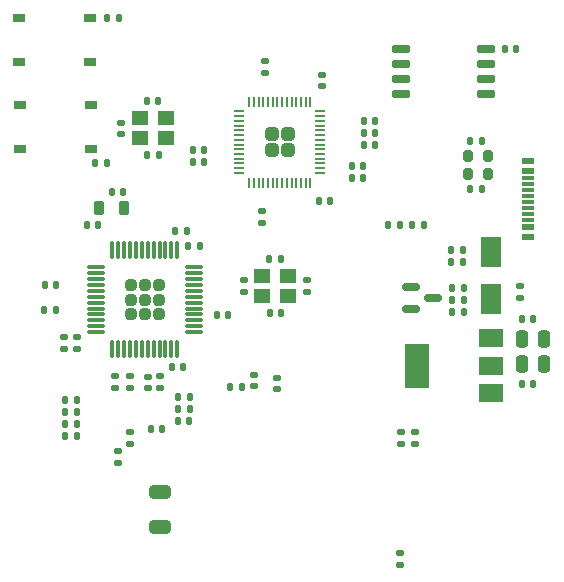
<source format=gbr>
%TF.GenerationSoftware,KiCad,Pcbnew,6.0.2+dfsg-1*%
%TF.CreationDate,2023-01-15T14:43:10-05:00*%
%TF.ProjectId,wiz5500-clone-basic,77697a35-3530-4302-9d63-6c6f6e652d62,rev?*%
%TF.SameCoordinates,Original*%
%TF.FileFunction,Paste,Top*%
%TF.FilePolarity,Positive*%
%FSLAX46Y46*%
G04 Gerber Fmt 4.6, Leading zero omitted, Abs format (unit mm)*
G04 Created by KiCad (PCBNEW 6.0.2+dfsg-1) date 2023-01-15 14:43:10*
%MOMM*%
%LPD*%
G01*
G04 APERTURE LIST*
G04 Aperture macros list*
%AMRoundRect*
0 Rectangle with rounded corners*
0 $1 Rounding radius*
0 $2 $3 $4 $5 $6 $7 $8 $9 X,Y pos of 4 corners*
0 Add a 4 corners polygon primitive as box body*
4,1,4,$2,$3,$4,$5,$6,$7,$8,$9,$2,$3,0*
0 Add four circle primitives for the rounded corners*
1,1,$1+$1,$2,$3*
1,1,$1+$1,$4,$5*
1,1,$1+$1,$6,$7*
1,1,$1+$1,$8,$9*
0 Add four rect primitives between the rounded corners*
20,1,$1+$1,$2,$3,$4,$5,0*
20,1,$1+$1,$4,$5,$6,$7,0*
20,1,$1+$1,$6,$7,$8,$9,0*
20,1,$1+$1,$8,$9,$2,$3,0*%
G04 Aperture macros list end*
%ADD10RoundRect,0.135000X0.135000X0.185000X-0.135000X0.185000X-0.135000X-0.185000X0.135000X-0.185000X0*%
%ADD11RoundRect,0.140000X-0.140000X-0.170000X0.140000X-0.170000X0.140000X0.170000X-0.140000X0.170000X0*%
%ADD12RoundRect,0.140000X-0.170000X0.140000X-0.170000X-0.140000X0.170000X-0.140000X0.170000X0.140000X0*%
%ADD13RoundRect,0.140000X0.170000X-0.140000X0.170000X0.140000X-0.170000X0.140000X-0.170000X-0.140000X0*%
%ADD14RoundRect,0.135000X-0.135000X-0.185000X0.135000X-0.185000X0.135000X0.185000X-0.135000X0.185000X0*%
%ADD15RoundRect,0.135000X-0.185000X0.135000X-0.185000X-0.135000X0.185000X-0.135000X0.185000X0.135000X0*%
%ADD16RoundRect,0.250000X-0.315000X0.315000X-0.315000X-0.315000X0.315000X-0.315000X0.315000X0.315000X0*%
%ADD17RoundRect,0.050000X-0.050000X0.387500X-0.050000X-0.387500X0.050000X-0.387500X0.050000X0.387500X0*%
%ADD18RoundRect,0.050000X-0.387500X0.050000X-0.387500X-0.050000X0.387500X-0.050000X0.387500X0.050000X0*%
%ADD19R,1.000000X0.750000*%
%ADD20RoundRect,0.250000X-0.650000X0.325000X-0.650000X-0.325000X0.650000X-0.325000X0.650000X0.325000X0*%
%ADD21R,1.400000X1.200000*%
%ADD22RoundRect,0.140000X0.140000X0.170000X-0.140000X0.170000X-0.140000X-0.170000X0.140000X-0.170000X0*%
%ADD23RoundRect,0.135000X0.185000X-0.135000X0.185000X0.135000X-0.185000X0.135000X-0.185000X-0.135000X0*%
%ADD24RoundRect,0.250000X-0.250000X-0.475000X0.250000X-0.475000X0.250000X0.475000X-0.250000X0.475000X0*%
%ADD25R,1.800000X2.500000*%
%ADD26RoundRect,0.218750X0.218750X0.381250X-0.218750X0.381250X-0.218750X-0.381250X0.218750X-0.381250X0*%
%ADD27RoundRect,0.200000X-0.200000X-0.275000X0.200000X-0.275000X0.200000X0.275000X-0.200000X0.275000X0*%
%ADD28RoundRect,0.150000X-0.587500X-0.150000X0.587500X-0.150000X0.587500X0.150000X-0.587500X0.150000X0*%
%ADD29R,1.140000X0.600000*%
%ADD30R,1.140000X0.300000*%
%ADD31RoundRect,0.242500X-0.242500X-0.242500X0.242500X-0.242500X0.242500X0.242500X-0.242500X0.242500X0*%
%ADD32RoundRect,0.075000X-0.662500X-0.075000X0.662500X-0.075000X0.662500X0.075000X-0.662500X0.075000X0*%
%ADD33RoundRect,0.075000X-0.075000X-0.662500X0.075000X-0.662500X0.075000X0.662500X-0.075000X0.662500X0*%
%ADD34RoundRect,0.150000X-0.650000X-0.150000X0.650000X-0.150000X0.650000X0.150000X-0.650000X0.150000X0*%
%ADD35R,2.000000X1.500000*%
%ADD36R,2.000000X3.800000*%
G04 APERTURE END LIST*
D10*
%TO.C,R16*%
X80647000Y-135636000D03*
X79627000Y-135636000D03*
%TD*%
D11*
%TO.C,C4*%
X104295000Y-135382000D03*
X105255000Y-135382000D03*
%TD*%
D10*
%TO.C,R7*%
X99443000Y-127254000D03*
X98423000Y-127254000D03*
%TD*%
D12*
%TO.C,C24*%
X66675000Y-131473000D03*
X66675000Y-132433000D03*
%TD*%
D13*
%TO.C,C1*%
X104140000Y-128115000D03*
X104140000Y-127155000D03*
%TD*%
D14*
%TO.C,R21*%
X76071000Y-123698000D03*
X77091000Y-123698000D03*
%TD*%
D15*
%TO.C,R19*%
X71120000Y-139444000D03*
X71120000Y-140464000D03*
%TD*%
D16*
%TO.C,U2*%
X83120000Y-115635000D03*
X84520000Y-114235000D03*
X83120000Y-114235000D03*
X84520000Y-115635000D03*
D17*
X86420000Y-111497500D03*
X86020000Y-111497500D03*
X85620000Y-111497500D03*
X85220000Y-111497500D03*
X84820000Y-111497500D03*
X84420000Y-111497500D03*
X84020000Y-111497500D03*
X83620000Y-111497500D03*
X83220000Y-111497500D03*
X82820000Y-111497500D03*
X82420000Y-111497500D03*
X82020000Y-111497500D03*
X81620000Y-111497500D03*
X81220000Y-111497500D03*
D18*
X80382500Y-112335000D03*
X80382500Y-112735000D03*
X80382500Y-113135000D03*
X80382500Y-113535000D03*
X80382500Y-113935000D03*
X80382500Y-114335000D03*
X80382500Y-114735000D03*
X80382500Y-115135000D03*
X80382500Y-115535000D03*
X80382500Y-115935000D03*
X80382500Y-116335000D03*
X80382500Y-116735000D03*
X80382500Y-117135000D03*
X80382500Y-117535000D03*
D17*
X81220000Y-118372500D03*
X81620000Y-118372500D03*
X82020000Y-118372500D03*
X82420000Y-118372500D03*
X82820000Y-118372500D03*
X83220000Y-118372500D03*
X83620000Y-118372500D03*
X84020000Y-118372500D03*
X84420000Y-118372500D03*
X84820000Y-118372500D03*
X85220000Y-118372500D03*
X85620000Y-118372500D03*
X86020000Y-118372500D03*
X86420000Y-118372500D03*
D18*
X87257500Y-117535000D03*
X87257500Y-117135000D03*
X87257500Y-116735000D03*
X87257500Y-116335000D03*
X87257500Y-115935000D03*
X87257500Y-115535000D03*
X87257500Y-115135000D03*
X87257500Y-114735000D03*
X87257500Y-114335000D03*
X87257500Y-113935000D03*
X87257500Y-113535000D03*
X87257500Y-113135000D03*
X87257500Y-112735000D03*
X87257500Y-112335000D03*
%TD*%
D19*
%TO.C,SW2*%
X61770000Y-104424000D03*
X67770000Y-104424000D03*
X67770000Y-108174000D03*
X61770000Y-108174000D03*
%TD*%
D14*
%TO.C,R5*%
X94994000Y-121920000D03*
X96014000Y-121920000D03*
%TD*%
D20*
%TO.C,C33*%
X73660000Y-144575000D03*
X73660000Y-147525000D03*
%TD*%
D10*
%TO.C,R26*%
X76202000Y-137541000D03*
X75182000Y-137541000D03*
%TD*%
D15*
%TO.C,R28*%
X94107000Y-139444000D03*
X94107000Y-140464000D03*
%TD*%
D10*
%TO.C,R23*%
X66677000Y-138811000D03*
X65657000Y-138811000D03*
%TD*%
D21*
%TO.C,Y1*%
X74168000Y-112903000D03*
X71968000Y-112903000D03*
X71968000Y-114603000D03*
X74168000Y-114603000D03*
%TD*%
D15*
%TO.C,R22*%
X95250000Y-139444000D03*
X95250000Y-140464000D03*
%TD*%
D22*
%TO.C,C8*%
X77442000Y-116586000D03*
X76482000Y-116586000D03*
%TD*%
D23*
%TO.C,R18*%
X70104000Y-142115000D03*
X70104000Y-141095000D03*
%TD*%
D24*
%TO.C,C2*%
X104333000Y-131572000D03*
X106233000Y-131572000D03*
%TD*%
D25*
%TO.C,D1*%
X101727000Y-128238000D03*
X101727000Y-124238000D03*
%TD*%
D11*
%TO.C,C6*%
X89944000Y-116967000D03*
X90904000Y-116967000D03*
%TD*%
%TO.C,C31*%
X82959000Y-129413000D03*
X83919000Y-129413000D03*
%TD*%
D13*
%TO.C,C34*%
X81661000Y-135608000D03*
X81661000Y-134648000D03*
%TD*%
D12*
%TO.C,C38*%
X72644000Y-134803000D03*
X72644000Y-135763000D03*
%TD*%
D22*
%TO.C,C36*%
X73886000Y-139192000D03*
X72926000Y-139192000D03*
%TD*%
D10*
%TO.C,R27*%
X76202000Y-136525000D03*
X75182000Y-136525000D03*
%TD*%
D22*
%TO.C,C25*%
X64869000Y-127000000D03*
X63909000Y-127000000D03*
%TD*%
D12*
%TO.C,C30*%
X73660000Y-134775000D03*
X73660000Y-135735000D03*
%TD*%
D10*
%TO.C,R15*%
X83949000Y-124841000D03*
X82929000Y-124841000D03*
%TD*%
D13*
%TO.C,C11*%
X70401000Y-114233000D03*
X70401000Y-113273000D03*
%TD*%
D22*
%TO.C,C37*%
X76144000Y-138557000D03*
X75184000Y-138557000D03*
%TD*%
D26*
%TO.C,L1*%
X70658500Y-120523000D03*
X68533500Y-120523000D03*
%TD*%
D13*
%TO.C,C19*%
X82550000Y-109065000D03*
X82550000Y-108105000D03*
%TD*%
D22*
%TO.C,C26*%
X68425000Y-121920000D03*
X67465000Y-121920000D03*
%TD*%
D10*
%TO.C,R17*%
X75948000Y-122428000D03*
X74928000Y-122428000D03*
%TD*%
D12*
%TO.C,C29*%
X71120000Y-134775000D03*
X71120000Y-135735000D03*
%TD*%
D14*
%TO.C,R10*%
X99947000Y-118872000D03*
X100967000Y-118872000D03*
%TD*%
D12*
%TO.C,C27*%
X69850000Y-134775000D03*
X69850000Y-135735000D03*
%TD*%
D27*
%TO.C,R3*%
X99759000Y-116078000D03*
X101409000Y-116078000D03*
%TD*%
D11*
%TO.C,C12*%
X89916000Y-117983000D03*
X90876000Y-117983000D03*
%TD*%
D23*
%TO.C,R14*%
X80772000Y-127637000D03*
X80772000Y-126617000D03*
%TD*%
D14*
%TO.C,R2*%
X98296000Y-124079000D03*
X99316000Y-124079000D03*
%TD*%
D12*
%TO.C,C32*%
X86106000Y-126647000D03*
X86106000Y-127607000D03*
%TD*%
D11*
%TO.C,C7*%
X90960000Y-113157000D03*
X91920000Y-113157000D03*
%TD*%
D28*
%TO.C,Q1*%
X94947500Y-127193000D03*
X94947500Y-129093000D03*
X96822500Y-128143000D03*
%TD*%
D24*
%TO.C,C5*%
X104333000Y-133731000D03*
X106233000Y-133731000D03*
%TD*%
D10*
%TO.C,R13*%
X70233000Y-104394000D03*
X69213000Y-104394000D03*
%TD*%
D29*
%TO.C,J1*%
X104851000Y-122961000D03*
X104851000Y-122161000D03*
D30*
X104851000Y-121011000D03*
X104851000Y-120011000D03*
X104851000Y-119511000D03*
X104851000Y-118511000D03*
D29*
X104851000Y-116561000D03*
X104851000Y-117361000D03*
D30*
X104851000Y-118011000D03*
X104851000Y-119011000D03*
X104851000Y-120511000D03*
X104851000Y-121511000D03*
%TD*%
D10*
%TO.C,R20*%
X66677000Y-139827000D03*
X65657000Y-139827000D03*
%TD*%
D22*
%TO.C,C28*%
X64841000Y-129159000D03*
X63881000Y-129159000D03*
%TD*%
%TO.C,C10*%
X73548000Y-111467000D03*
X72588000Y-111467000D03*
%TD*%
%TO.C,C15*%
X77442000Y-115570000D03*
X76482000Y-115570000D03*
%TD*%
D10*
%TO.C,R9*%
X73578000Y-116039000D03*
X72558000Y-116039000D03*
%TD*%
D11*
%TO.C,C14*%
X90960000Y-115189000D03*
X91920000Y-115189000D03*
%TD*%
D14*
%TO.C,R11*%
X99947000Y-114808000D03*
X100967000Y-114808000D03*
%TD*%
D19*
%TO.C,SW1*%
X67813500Y-115540000D03*
X61813500Y-115540000D03*
X61813500Y-111790000D03*
X67813500Y-111790000D03*
%TD*%
D10*
%TO.C,R25*%
X66677000Y-136779000D03*
X65657000Y-136779000D03*
%TD*%
D11*
%TO.C,C9*%
X98425000Y-129286000D03*
X99385000Y-129286000D03*
%TD*%
D10*
%TO.C,R1*%
X99316000Y-125095000D03*
X98296000Y-125095000D03*
%TD*%
D22*
%TO.C,C21*%
X70584000Y-119126000D03*
X69624000Y-119126000D03*
%TD*%
D11*
%TO.C,C20*%
X102898000Y-107061000D03*
X103858000Y-107061000D03*
%TD*%
%TO.C,C3*%
X104295000Y-129921000D03*
X105255000Y-129921000D03*
%TD*%
D21*
%TO.C,Y2*%
X82339000Y-127977000D03*
X84539000Y-127977000D03*
X84539000Y-126277000D03*
X82339000Y-126277000D03*
%TD*%
D27*
%TO.C,R4*%
X99759000Y-117602000D03*
X101409000Y-117602000D03*
%TD*%
D11*
%TO.C,C39*%
X74704000Y-133985000D03*
X75664000Y-133985000D03*
%TD*%
D12*
%TO.C,C17*%
X82296000Y-120805000D03*
X82296000Y-121765000D03*
%TD*%
D14*
%TO.C,R6*%
X92962000Y-121920000D03*
X93982000Y-121920000D03*
%TD*%
D13*
%TO.C,C18*%
X87376000Y-110208000D03*
X87376000Y-109248000D03*
%TD*%
D11*
%TO.C,C16*%
X87150000Y-119888000D03*
X88110000Y-119888000D03*
%TD*%
%TO.C,C13*%
X90960000Y-114173000D03*
X91920000Y-114173000D03*
%TD*%
D10*
%TO.C,R12*%
X69217000Y-116713000D03*
X68197000Y-116713000D03*
%TD*%
D13*
%TO.C,C23*%
X93980000Y-150721000D03*
X93980000Y-149761000D03*
%TD*%
D31*
%TO.C,U4*%
X72390000Y-127070000D03*
X72390000Y-129470000D03*
X71190000Y-128270000D03*
X72390000Y-128270000D03*
X73590000Y-129470000D03*
X73590000Y-127070000D03*
X71190000Y-127070000D03*
X71190000Y-129470000D03*
X73590000Y-128270000D03*
D32*
X68227500Y-125520000D03*
X68227500Y-126020000D03*
X68227500Y-126520000D03*
X68227500Y-127020000D03*
X68227500Y-127520000D03*
X68227500Y-128020000D03*
X68227500Y-128520000D03*
X68227500Y-129020000D03*
X68227500Y-129520000D03*
X68227500Y-130020000D03*
X68227500Y-130520000D03*
X68227500Y-131020000D03*
D33*
X69640000Y-132432500D03*
X70140000Y-132432500D03*
X70640000Y-132432500D03*
X71140000Y-132432500D03*
X71640000Y-132432500D03*
X72140000Y-132432500D03*
X72640000Y-132432500D03*
X73140000Y-132432500D03*
X73640000Y-132432500D03*
X74140000Y-132432500D03*
X74640000Y-132432500D03*
X75140000Y-132432500D03*
D32*
X76552500Y-131020000D03*
X76552500Y-130520000D03*
X76552500Y-130020000D03*
X76552500Y-129520000D03*
X76552500Y-129020000D03*
X76552500Y-128520000D03*
X76552500Y-128020000D03*
X76552500Y-127520000D03*
X76552500Y-127020000D03*
X76552500Y-126520000D03*
X76552500Y-126020000D03*
X76552500Y-125520000D03*
D33*
X75140000Y-124107500D03*
X74640000Y-124107500D03*
X74140000Y-124107500D03*
X73640000Y-124107500D03*
X73140000Y-124107500D03*
X72640000Y-124107500D03*
X72140000Y-124107500D03*
X71640000Y-124107500D03*
X71140000Y-124107500D03*
X70640000Y-124107500D03*
X70140000Y-124107500D03*
X69640000Y-124107500D03*
%TD*%
D11*
%TO.C,C22*%
X78514000Y-129540000D03*
X79474000Y-129540000D03*
%TD*%
D10*
%TO.C,R8*%
X99443000Y-128270000D03*
X98423000Y-128270000D03*
%TD*%
D13*
%TO.C,C35*%
X83566000Y-135862000D03*
X83566000Y-134902000D03*
%TD*%
D34*
%TO.C,U3*%
X94063000Y-107061000D03*
X94063000Y-108331000D03*
X94063000Y-109601000D03*
X94063000Y-110871000D03*
X101263000Y-110871000D03*
X101263000Y-109601000D03*
X101263000Y-108331000D03*
X101263000Y-107061000D03*
%TD*%
D23*
%TO.C,R29*%
X65532000Y-132463000D03*
X65532000Y-131443000D03*
%TD*%
D10*
%TO.C,R24*%
X66677000Y-137795000D03*
X65657000Y-137795000D03*
%TD*%
D35*
%TO.C,U1*%
X101702000Y-136158000D03*
D36*
X95402000Y-133858000D03*
D35*
X101702000Y-133858000D03*
X101702000Y-131558000D03*
%TD*%
M02*

</source>
